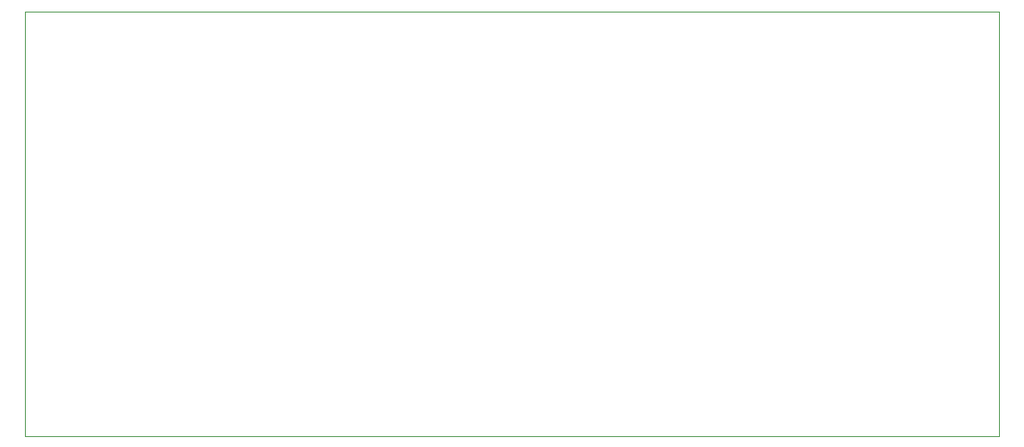
<source format=gm1>
G04 #@! TF.GenerationSoftware,KiCad,Pcbnew,(6.0.9)*
G04 #@! TF.CreationDate,2022-11-21T20:36:18+01:00*
G04 #@! TF.ProjectId,PMOD proto board,504d4f44-2070-4726-9f74-6f20626f6172,V1.0*
G04 #@! TF.SameCoordinates,Original*
G04 #@! TF.FileFunction,Profile,NP*
%FSLAX46Y46*%
G04 Gerber Fmt 4.6, Leading zero omitted, Abs format (unit mm)*
G04 Created by KiCad (PCBNEW (6.0.9)) date 2022-11-21 20:36:18*
%MOMM*%
%LPD*%
G01*
G04 APERTURE LIST*
G04 #@! TA.AperFunction,Profile*
%ADD10C,0.100000*%
G04 #@! TD*
G04 APERTURE END LIST*
D10*
X168910000Y-148590000D02*
X267970000Y-148590000D01*
X267970000Y-148590000D02*
X267970000Y-105410000D01*
X168910000Y-105410000D02*
X168910000Y-148590000D01*
X267970000Y-105410000D02*
X168910000Y-105410000D01*
M02*

</source>
